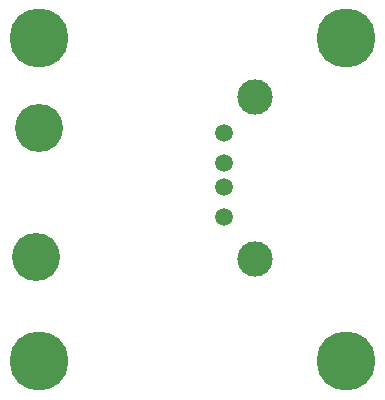
<source format=gbr>
G04 #@! TF.FileFunction,Soldermask,Bot*
%FSLAX46Y46*%
G04 Gerber Fmt 4.6, Leading zero omitted, Abs format (unit mm)*
G04 Created by KiCad (PCBNEW (2015-07-31 BZR 6030)-product) date Fri Sep 11 12:38:58 2015*
%MOMM*%
G01*
G04 APERTURE LIST*
%ADD10C,0.100000*%
%ADD11C,5.000000*%
%ADD12C,1.501140*%
%ADD13C,2.999740*%
%ADD14C,4.064000*%
G04 APERTURE END LIST*
D10*
D11*
X153240000Y-119900000D03*
X179275000Y-119900000D03*
X179275000Y-92595000D03*
D12*
X168910000Y-100584000D03*
X168910000Y-103124000D03*
X168910000Y-105156000D03*
X168910000Y-107696000D03*
D13*
X171577000Y-97536000D03*
X171577000Y-111252000D03*
D14*
X153240000Y-100215000D03*
X153035000Y-111125000D03*
D11*
X153240000Y-92595000D03*
M02*

</source>
